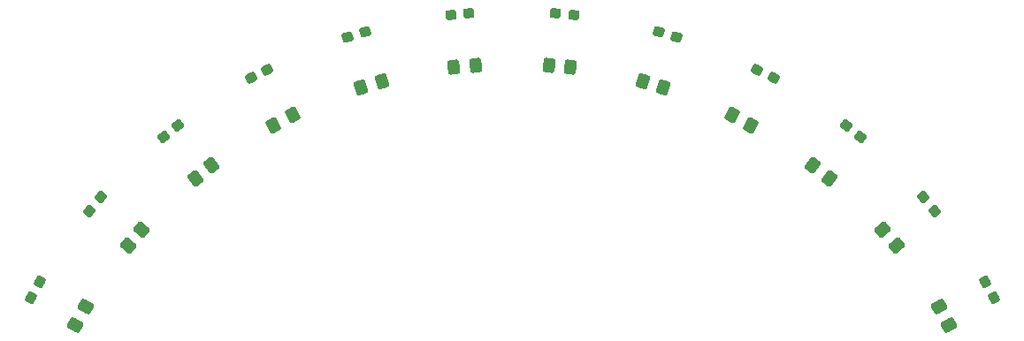
<source format=gbr>
%TF.GenerationSoftware,KiCad,Pcbnew,(6.0.4)*%
%TF.CreationDate,2022-09-17T01:55:58+09:00*%
%TF.ProjectId,robotrace_v1_Linesensor,726f626f-7472-4616-9365-5f76315f4c69,rev?*%
%TF.SameCoordinates,Original*%
%TF.FileFunction,Soldermask,Bot*%
%TF.FilePolarity,Negative*%
%FSLAX46Y46*%
G04 Gerber Fmt 4.6, Leading zero omitted, Abs format (unit mm)*
G04 Created by KiCad (PCBNEW (6.0.4)) date 2022-09-17 01:55:58*
%MOMM*%
%LPD*%
G01*
G04 APERTURE LIST*
G04 Aperture macros list*
%AMRoundRect*
0 Rectangle with rounded corners*
0 $1 Rounding radius*
0 $2 $3 $4 $5 $6 $7 $8 $9 X,Y pos of 4 corners*
0 Add a 4 corners polygon primitive as box body*
4,1,4,$2,$3,$4,$5,$6,$7,$8,$9,$2,$3,0*
0 Add four circle primitives for the rounded corners*
1,1,$1+$1,$2,$3*
1,1,$1+$1,$4,$5*
1,1,$1+$1,$6,$7*
1,1,$1+$1,$8,$9*
0 Add four rect primitives between the rounded corners*
20,1,$1+$1,$2,$3,$4,$5,0*
20,1,$1+$1,$4,$5,$6,$7,0*
20,1,$1+$1,$6,$7,$8,$9,0*
20,1,$1+$1,$8,$9,$2,$3,0*%
G04 Aperture macros list end*
%ADD10RoundRect,0.237500X-0.372847X-0.006896X0.077153X-0.364842X0.372847X0.006896X-0.077153X0.364842X0*%
%ADD11RoundRect,0.237500X-0.208207X-0.309374X0.343114X-0.146065X0.208207X0.309374X-0.343114X0.146065X0*%
%ADD12RoundRect,0.237500X-0.308940X-0.208851X0.263413X-0.263962X0.308940X0.208851X-0.263413X0.263962X0*%
%ADD13RoundRect,0.237500X-0.077153X-0.364842X0.372847X-0.006896X0.077153X0.364842X-0.372847X0.006896X0*%
%ADD14RoundRect,0.250000X0.183810X0.523774X-0.439423X0.339164X-0.183810X-0.523774X0.439423X-0.339164X0*%
%ADD15RoundRect,0.250000X0.496065X0.249087X-0.080492X0.549223X-0.496065X-0.249087X0.080492X-0.549223X0*%
%ADD16RoundRect,0.237500X-0.343114X-0.146065X0.208207X-0.309374X0.343114X0.146065X-0.208207X0.309374X0*%
%ADD17RoundRect,0.237500X-0.263413X-0.263962X0.308940X-0.208851X0.263413X0.263962X-0.308940X0.208851X0*%
%ADD18RoundRect,0.237500X-0.145350X-0.343418X0.364681X-0.077912X0.145350X0.343418X-0.364681X0.077912X0*%
%ADD19RoundRect,0.237500X-0.006120X-0.372861X0.367313X0.064373X0.006120X0.372861X-0.367313X-0.064373X0*%
%ADD20RoundRect,0.250000X0.366634X0.416778X-0.280373X0.479078X-0.366634X-0.416778X0.280373X-0.479078X0*%
%ADD21RoundRect,0.250000X0.551698X-0.061275X0.231622X0.504456X-0.551698X0.061275X-0.231622X-0.504456X0*%
%ADD22RoundRect,0.237500X-0.348281X0.133277X-0.065138X-0.367178X0.348281X-0.133277X0.065138X0.367178X0*%
%ADD23RoundRect,0.250000X-0.025784X0.554491X-0.534479X0.149856X0.025784X-0.554491X0.534479X-0.149856X0*%
%ADD24RoundRect,0.250000X0.439423X0.339164X-0.183810X0.523774X-0.439423X-0.339164X0.183810X-0.523774X0*%
%ADD25RoundRect,0.237500X0.065138X-0.367178X0.348281X0.133277X-0.065138X0.367178X-0.348281X-0.133277X0*%
%ADD26RoundRect,0.250000X0.534479X0.149856X0.025784X0.554491X-0.534479X-0.149856X-0.025784X-0.554491X0*%
%ADD27RoundRect,0.237500X-0.367313X0.064373X0.006120X-0.372861X0.367313X-0.064373X-0.006120X0.372861X0*%
%ADD28RoundRect,0.250000X0.553253X0.045120X0.131112X0.539384X-0.553253X-0.045120X-0.131112X-0.539384X0*%
%ADD29RoundRect,0.250000X0.280373X0.479078X-0.366634X0.416778X-0.280373X-0.479078X0.366634X-0.416778X0*%
%ADD30RoundRect,0.250000X-0.231622X0.504456X-0.551698X-0.061275X0.231622X-0.504456X0.551698X0.061275X0*%
%ADD31RoundRect,0.250000X-0.131112X0.539384X-0.553253X0.045120X0.131112X-0.539384X0.553253X-0.045120X0*%
%ADD32RoundRect,0.237500X-0.364681X-0.077912X0.145350X-0.343418X0.364681X0.077912X-0.145350X0.343418X0*%
%ADD33RoundRect,0.250000X0.080492X0.549223X-0.496065X0.249087X-0.080492X-0.549223X0.496065X-0.249087X0*%
G04 APERTURE END LIST*
D10*
%TO.C,D7*%
X176995218Y-48365300D03*
X178364782Y-49454700D03*
%TD*%
D11*
%TO.C,D10*%
X129251033Y-39908513D03*
X130928967Y-39411487D03*
%TD*%
D12*
%TO.C,D13*%
X149159028Y-37656135D03*
X150900972Y-37823865D03*
%TD*%
D13*
%TO.C,D6*%
X111635218Y-49454700D03*
X113004782Y-48365300D03*
%TD*%
D14*
%TO.C,Q9*%
X132492790Y-44168884D03*
X130527210Y-44751116D03*
%TD*%
D15*
%TO.C,Q8*%
X167839186Y-48343292D03*
X166020814Y-47396708D03*
%TD*%
D16*
%TO.C,D11*%
X159071033Y-39411487D03*
X160748967Y-39908513D03*
%TD*%
D17*
%TO.C,D12*%
X139099028Y-37823865D03*
X140840972Y-37656135D03*
%TD*%
D18*
%TO.C,D8*%
X119983866Y-43834030D03*
X121536134Y-43025970D03*
%TD*%
D19*
%TO.C,D4*%
X104511733Y-56565355D03*
X105648267Y-55234645D03*
%TD*%
D20*
%TO.C,Q12*%
X150570281Y-42818242D03*
X148529719Y-42621758D03*
%TD*%
D21*
%TO.C,Q2*%
X186844734Y-67502115D03*
X185835266Y-65717885D03*
%TD*%
D22*
%TO.C,D2*%
X190259129Y-63388439D03*
X191120871Y-64911561D03*
%TD*%
D23*
%TO.C,Q5*%
X116232173Y-52191922D03*
X114627827Y-53468078D03*
%TD*%
D24*
%TO.C,Q10*%
X159472790Y-44751116D03*
X157507210Y-44168884D03*
%TD*%
D25*
%TO.C,D1*%
X98879129Y-64911561D03*
X99740871Y-63388439D03*
%TD*%
D26*
%TO.C,Q6*%
X175372173Y-53468078D03*
X173767827Y-52191922D03*
%TD*%
D27*
%TO.C,D5*%
X184351733Y-55234645D03*
X185488267Y-56565355D03*
%TD*%
D28*
%TO.C,Q4*%
X181785684Y-59929416D03*
X180454316Y-58370584D03*
%TD*%
D29*
%TO.C,Q11*%
X141467281Y-42621758D03*
X139426719Y-42818242D03*
%TD*%
D30*
%TO.C,Q1*%
X104164734Y-65717885D03*
X103155266Y-67502115D03*
%TD*%
D31*
%TO.C,Q3*%
X109545684Y-58370584D03*
X108214316Y-59929416D03*
%TD*%
D32*
%TO.C,D9*%
X168463866Y-43025970D03*
X170016134Y-43834030D03*
%TD*%
D33*
%TO.C,Q7*%
X123979186Y-47396708D03*
X122160814Y-48343292D03*
%TD*%
M02*

</source>
